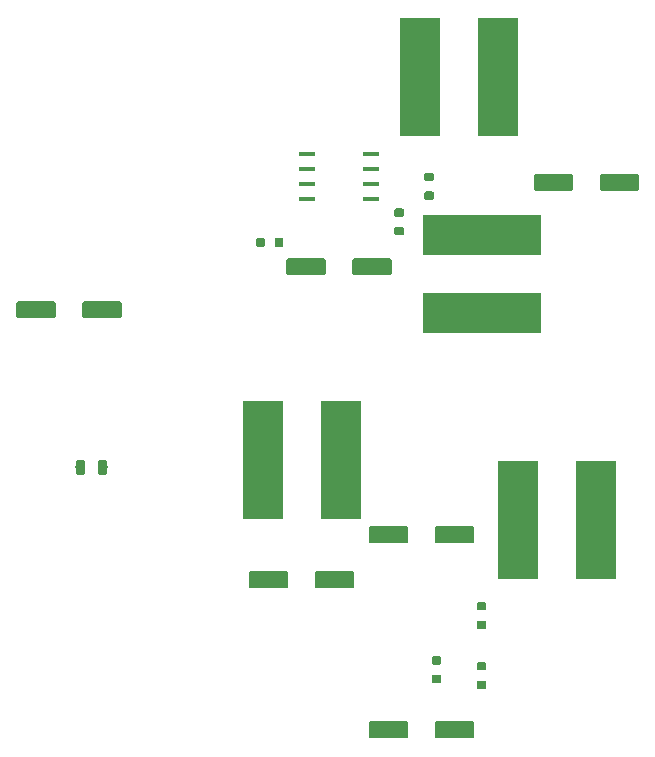
<source format=gtp>
G04 #@! TF.GenerationSoftware,KiCad,Pcbnew,5.0.2+dfsg1-1~bpo9+1*
G04 #@! TF.CreationDate,2019-12-06T02:16:18-05:00*
G04 #@! TF.ProjectId,uno,756e6f2e-6b69-4636-9164-5f7063625858,v1.0*
G04 #@! TF.SameCoordinates,Original*
G04 #@! TF.FileFunction,Paste,Top*
G04 #@! TF.FilePolarity,Positive*
%FSLAX46Y46*%
G04 Gerber Fmt 4.6, Leading zero omitted, Abs format (unit mm)*
G04 Created by KiCad (PCBNEW 5.0.2+dfsg1-1~bpo9+1) date Fri 06 Dec 2019 02:16:18 AM EST*
%MOMM*%
%LPD*%
G01*
G04 APERTURE LIST*
%ADD10C,0.100000*%
%ADD11C,0.822600*%
%ADD12C,1.447600*%
%ADD13R,10.047600X3.347600*%
%ADD14R,3.347600X10.047600*%
%ADD15C,0.722600*%
%ADD16R,1.397600X0.447600*%
G04 APERTURE END LIST*
D10*
G04 #@! TO.C,F1*
G36*
X57073307Y-86372190D02*
X57093270Y-86375152D01*
X57112847Y-86380055D01*
X57131849Y-86386854D01*
X57150093Y-86395483D01*
X57167403Y-86405858D01*
X57183613Y-86417880D01*
X57198567Y-86431433D01*
X57212120Y-86446387D01*
X57224142Y-86462597D01*
X57234517Y-86479907D01*
X57243146Y-86498151D01*
X57249945Y-86517153D01*
X57254848Y-86536730D01*
X57257810Y-86556693D01*
X57258800Y-86576850D01*
X57258800Y-87413150D01*
X57257810Y-87433307D01*
X57254848Y-87453270D01*
X57249945Y-87472847D01*
X57243146Y-87491849D01*
X57234517Y-87510093D01*
X57224142Y-87527403D01*
X57212120Y-87543613D01*
X57198567Y-87558567D01*
X57183613Y-87572120D01*
X57167403Y-87584142D01*
X57150093Y-87594517D01*
X57131849Y-87603146D01*
X57112847Y-87609945D01*
X57093270Y-87614848D01*
X57073307Y-87617810D01*
X57053150Y-87618800D01*
X56641850Y-87618800D01*
X56621693Y-87617810D01*
X56601730Y-87614848D01*
X56582153Y-87609945D01*
X56563151Y-87603146D01*
X56544907Y-87594517D01*
X56527597Y-87584142D01*
X56511387Y-87572120D01*
X56496433Y-87558567D01*
X56482880Y-87543613D01*
X56470858Y-87527403D01*
X56460483Y-87510093D01*
X56451854Y-87491849D01*
X56445055Y-87472847D01*
X56440152Y-87453270D01*
X56437190Y-87433307D01*
X56436200Y-87413150D01*
X56436200Y-86576850D01*
X56437190Y-86556693D01*
X56440152Y-86536730D01*
X56445055Y-86517153D01*
X56451854Y-86498151D01*
X56460483Y-86479907D01*
X56470858Y-86462597D01*
X56482880Y-86446387D01*
X56496433Y-86431433D01*
X56511387Y-86417880D01*
X56527597Y-86405858D01*
X56544907Y-86395483D01*
X56563151Y-86386854D01*
X56582153Y-86380055D01*
X56601730Y-86375152D01*
X56621693Y-86372190D01*
X56641850Y-86371200D01*
X57053150Y-86371200D01*
X57073307Y-86372190D01*
X57073307Y-86372190D01*
G37*
D11*
X56847500Y-86995000D03*
D10*
G36*
X58948307Y-86372190D02*
X58968270Y-86375152D01*
X58987847Y-86380055D01*
X59006849Y-86386854D01*
X59025093Y-86395483D01*
X59042403Y-86405858D01*
X59058613Y-86417880D01*
X59073567Y-86431433D01*
X59087120Y-86446387D01*
X59099142Y-86462597D01*
X59109517Y-86479907D01*
X59118146Y-86498151D01*
X59124945Y-86517153D01*
X59129848Y-86536730D01*
X59132810Y-86556693D01*
X59133800Y-86576850D01*
X59133800Y-87413150D01*
X59132810Y-87433307D01*
X59129848Y-87453270D01*
X59124945Y-87472847D01*
X59118146Y-87491849D01*
X59109517Y-87510093D01*
X59099142Y-87527403D01*
X59087120Y-87543613D01*
X59073567Y-87558567D01*
X59058613Y-87572120D01*
X59042403Y-87584142D01*
X59025093Y-87594517D01*
X59006849Y-87603146D01*
X58987847Y-87609945D01*
X58968270Y-87614848D01*
X58948307Y-87617810D01*
X58928150Y-87618800D01*
X58516850Y-87618800D01*
X58496693Y-87617810D01*
X58476730Y-87614848D01*
X58457153Y-87609945D01*
X58438151Y-87603146D01*
X58419907Y-87594517D01*
X58402597Y-87584142D01*
X58386387Y-87572120D01*
X58371433Y-87558567D01*
X58357880Y-87543613D01*
X58345858Y-87527403D01*
X58335483Y-87510093D01*
X58326854Y-87491849D01*
X58320055Y-87472847D01*
X58315152Y-87453270D01*
X58312190Y-87433307D01*
X58311200Y-87413150D01*
X58311200Y-86576850D01*
X58312190Y-86556693D01*
X58315152Y-86536730D01*
X58320055Y-86517153D01*
X58326854Y-86498151D01*
X58335483Y-86479907D01*
X58345858Y-86462597D01*
X58357880Y-86446387D01*
X58371433Y-86431433D01*
X58386387Y-86417880D01*
X58402597Y-86405858D01*
X58419907Y-86395483D01*
X58438151Y-86386854D01*
X58457153Y-86380055D01*
X58476730Y-86375152D01*
X58496693Y-86372190D01*
X58516850Y-86371200D01*
X58928150Y-86371200D01*
X58948307Y-86372190D01*
X58948307Y-86372190D01*
G37*
D11*
X58722500Y-86995000D03*
G04 #@! TD*
D10*
G04 #@! TO.C,C1*
G36*
X83009783Y-69304789D02*
X83031740Y-69308046D01*
X83053272Y-69313440D01*
X83074171Y-69320917D01*
X83094237Y-69330408D01*
X83113276Y-69341819D01*
X83131105Y-69355042D01*
X83147551Y-69369949D01*
X83162458Y-69386395D01*
X83175681Y-69404224D01*
X83187092Y-69423263D01*
X83196583Y-69443329D01*
X83204060Y-69464228D01*
X83209454Y-69485760D01*
X83212711Y-69507717D01*
X83213800Y-69529887D01*
X83213800Y-70525113D01*
X83212711Y-70547283D01*
X83209454Y-70569240D01*
X83204060Y-70590772D01*
X83196583Y-70611671D01*
X83187092Y-70631737D01*
X83175681Y-70650776D01*
X83162458Y-70668605D01*
X83147551Y-70685051D01*
X83131105Y-70699958D01*
X83113276Y-70713181D01*
X83094237Y-70724592D01*
X83074171Y-70734083D01*
X83053272Y-70741560D01*
X83031740Y-70746954D01*
X83009783Y-70750211D01*
X82987613Y-70751300D01*
X80092387Y-70751300D01*
X80070217Y-70750211D01*
X80048260Y-70746954D01*
X80026728Y-70741560D01*
X80005829Y-70734083D01*
X79985763Y-70724592D01*
X79966724Y-70713181D01*
X79948895Y-70699958D01*
X79932449Y-70685051D01*
X79917542Y-70668605D01*
X79904319Y-70650776D01*
X79892908Y-70631737D01*
X79883417Y-70611671D01*
X79875940Y-70590772D01*
X79870546Y-70569240D01*
X79867289Y-70547283D01*
X79866200Y-70525113D01*
X79866200Y-69529887D01*
X79867289Y-69507717D01*
X79870546Y-69485760D01*
X79875940Y-69464228D01*
X79883417Y-69443329D01*
X79892908Y-69423263D01*
X79904319Y-69404224D01*
X79917542Y-69386395D01*
X79932449Y-69369949D01*
X79948895Y-69355042D01*
X79966724Y-69341819D01*
X79985763Y-69330408D01*
X80005829Y-69320917D01*
X80026728Y-69313440D01*
X80048260Y-69308046D01*
X80070217Y-69304789D01*
X80092387Y-69303700D01*
X82987613Y-69303700D01*
X83009783Y-69304789D01*
X83009783Y-69304789D01*
G37*
D12*
X81540000Y-70027500D03*
D10*
G36*
X77409783Y-69304789D02*
X77431740Y-69308046D01*
X77453272Y-69313440D01*
X77474171Y-69320917D01*
X77494237Y-69330408D01*
X77513276Y-69341819D01*
X77531105Y-69355042D01*
X77547551Y-69369949D01*
X77562458Y-69386395D01*
X77575681Y-69404224D01*
X77587092Y-69423263D01*
X77596583Y-69443329D01*
X77604060Y-69464228D01*
X77609454Y-69485760D01*
X77612711Y-69507717D01*
X77613800Y-69529887D01*
X77613800Y-70525113D01*
X77612711Y-70547283D01*
X77609454Y-70569240D01*
X77604060Y-70590772D01*
X77596583Y-70611671D01*
X77587092Y-70631737D01*
X77575681Y-70650776D01*
X77562458Y-70668605D01*
X77547551Y-70685051D01*
X77531105Y-70699958D01*
X77513276Y-70713181D01*
X77494237Y-70724592D01*
X77474171Y-70734083D01*
X77453272Y-70741560D01*
X77431740Y-70746954D01*
X77409783Y-70750211D01*
X77387613Y-70751300D01*
X74492387Y-70751300D01*
X74470217Y-70750211D01*
X74448260Y-70746954D01*
X74426728Y-70741560D01*
X74405829Y-70734083D01*
X74385763Y-70724592D01*
X74366724Y-70713181D01*
X74348895Y-70699958D01*
X74332449Y-70685051D01*
X74317542Y-70668605D01*
X74304319Y-70650776D01*
X74292908Y-70631737D01*
X74283417Y-70611671D01*
X74275940Y-70590772D01*
X74270546Y-70569240D01*
X74267289Y-70547283D01*
X74266200Y-70525113D01*
X74266200Y-69529887D01*
X74267289Y-69507717D01*
X74270546Y-69485760D01*
X74275940Y-69464228D01*
X74283417Y-69443329D01*
X74292908Y-69423263D01*
X74304319Y-69404224D01*
X74317542Y-69386395D01*
X74332449Y-69369949D01*
X74348895Y-69355042D01*
X74366724Y-69341819D01*
X74385763Y-69330408D01*
X74405829Y-69320917D01*
X74426728Y-69313440D01*
X74448260Y-69308046D01*
X74470217Y-69304789D01*
X74492387Y-69303700D01*
X77387613Y-69303700D01*
X77409783Y-69304789D01*
X77409783Y-69304789D01*
G37*
D12*
X75940000Y-70027500D03*
G04 #@! TD*
D10*
G04 #@! TO.C,C3*
G36*
X54549783Y-72937289D02*
X54571740Y-72940546D01*
X54593272Y-72945940D01*
X54614171Y-72953417D01*
X54634237Y-72962908D01*
X54653276Y-72974319D01*
X54671105Y-72987542D01*
X54687551Y-73002449D01*
X54702458Y-73018895D01*
X54715681Y-73036724D01*
X54727092Y-73055763D01*
X54736583Y-73075829D01*
X54744060Y-73096728D01*
X54749454Y-73118260D01*
X54752711Y-73140217D01*
X54753800Y-73162387D01*
X54753800Y-74157613D01*
X54752711Y-74179783D01*
X54749454Y-74201740D01*
X54744060Y-74223272D01*
X54736583Y-74244171D01*
X54727092Y-74264237D01*
X54715681Y-74283276D01*
X54702458Y-74301105D01*
X54687551Y-74317551D01*
X54671105Y-74332458D01*
X54653276Y-74345681D01*
X54634237Y-74357092D01*
X54614171Y-74366583D01*
X54593272Y-74374060D01*
X54571740Y-74379454D01*
X54549783Y-74382711D01*
X54527613Y-74383800D01*
X51632387Y-74383800D01*
X51610217Y-74382711D01*
X51588260Y-74379454D01*
X51566728Y-74374060D01*
X51545829Y-74366583D01*
X51525763Y-74357092D01*
X51506724Y-74345681D01*
X51488895Y-74332458D01*
X51472449Y-74317551D01*
X51457542Y-74301105D01*
X51444319Y-74283276D01*
X51432908Y-74264237D01*
X51423417Y-74244171D01*
X51415940Y-74223272D01*
X51410546Y-74201740D01*
X51407289Y-74179783D01*
X51406200Y-74157613D01*
X51406200Y-73162387D01*
X51407289Y-73140217D01*
X51410546Y-73118260D01*
X51415940Y-73096728D01*
X51423417Y-73075829D01*
X51432908Y-73055763D01*
X51444319Y-73036724D01*
X51457542Y-73018895D01*
X51472449Y-73002449D01*
X51488895Y-72987542D01*
X51506724Y-72974319D01*
X51525763Y-72962908D01*
X51545829Y-72953417D01*
X51566728Y-72945940D01*
X51588260Y-72940546D01*
X51610217Y-72937289D01*
X51632387Y-72936200D01*
X54527613Y-72936200D01*
X54549783Y-72937289D01*
X54549783Y-72937289D01*
G37*
D12*
X53080000Y-73660000D03*
D10*
G36*
X60149783Y-72937289D02*
X60171740Y-72940546D01*
X60193272Y-72945940D01*
X60214171Y-72953417D01*
X60234237Y-72962908D01*
X60253276Y-72974319D01*
X60271105Y-72987542D01*
X60287551Y-73002449D01*
X60302458Y-73018895D01*
X60315681Y-73036724D01*
X60327092Y-73055763D01*
X60336583Y-73075829D01*
X60344060Y-73096728D01*
X60349454Y-73118260D01*
X60352711Y-73140217D01*
X60353800Y-73162387D01*
X60353800Y-74157613D01*
X60352711Y-74179783D01*
X60349454Y-74201740D01*
X60344060Y-74223272D01*
X60336583Y-74244171D01*
X60327092Y-74264237D01*
X60315681Y-74283276D01*
X60302458Y-74301105D01*
X60287551Y-74317551D01*
X60271105Y-74332458D01*
X60253276Y-74345681D01*
X60234237Y-74357092D01*
X60214171Y-74366583D01*
X60193272Y-74374060D01*
X60171740Y-74379454D01*
X60149783Y-74382711D01*
X60127613Y-74383800D01*
X57232387Y-74383800D01*
X57210217Y-74382711D01*
X57188260Y-74379454D01*
X57166728Y-74374060D01*
X57145829Y-74366583D01*
X57125763Y-74357092D01*
X57106724Y-74345681D01*
X57088895Y-74332458D01*
X57072449Y-74317551D01*
X57057542Y-74301105D01*
X57044319Y-74283276D01*
X57032908Y-74264237D01*
X57023417Y-74244171D01*
X57015940Y-74223272D01*
X57010546Y-74201740D01*
X57007289Y-74179783D01*
X57006200Y-74157613D01*
X57006200Y-73162387D01*
X57007289Y-73140217D01*
X57010546Y-73118260D01*
X57015940Y-73096728D01*
X57023417Y-73075829D01*
X57032908Y-73055763D01*
X57044319Y-73036724D01*
X57057542Y-73018895D01*
X57072449Y-73002449D01*
X57088895Y-72987542D01*
X57106724Y-72974319D01*
X57125763Y-72962908D01*
X57145829Y-72953417D01*
X57166728Y-72945940D01*
X57188260Y-72940546D01*
X57210217Y-72937289D01*
X57232387Y-72936200D01*
X60127613Y-72936200D01*
X60149783Y-72937289D01*
X60149783Y-72937289D01*
G37*
D12*
X58680000Y-73660000D03*
G04 #@! TD*
D10*
G04 #@! TO.C,C4*
G36*
X98364783Y-62142289D02*
X98386740Y-62145546D01*
X98408272Y-62150940D01*
X98429171Y-62158417D01*
X98449237Y-62167908D01*
X98468276Y-62179319D01*
X98486105Y-62192542D01*
X98502551Y-62207449D01*
X98517458Y-62223895D01*
X98530681Y-62241724D01*
X98542092Y-62260763D01*
X98551583Y-62280829D01*
X98559060Y-62301728D01*
X98564454Y-62323260D01*
X98567711Y-62345217D01*
X98568800Y-62367387D01*
X98568800Y-63362613D01*
X98567711Y-63384783D01*
X98564454Y-63406740D01*
X98559060Y-63428272D01*
X98551583Y-63449171D01*
X98542092Y-63469237D01*
X98530681Y-63488276D01*
X98517458Y-63506105D01*
X98502551Y-63522551D01*
X98486105Y-63537458D01*
X98468276Y-63550681D01*
X98449237Y-63562092D01*
X98429171Y-63571583D01*
X98408272Y-63579060D01*
X98386740Y-63584454D01*
X98364783Y-63587711D01*
X98342613Y-63588800D01*
X95447387Y-63588800D01*
X95425217Y-63587711D01*
X95403260Y-63584454D01*
X95381728Y-63579060D01*
X95360829Y-63571583D01*
X95340763Y-63562092D01*
X95321724Y-63550681D01*
X95303895Y-63537458D01*
X95287449Y-63522551D01*
X95272542Y-63506105D01*
X95259319Y-63488276D01*
X95247908Y-63469237D01*
X95238417Y-63449171D01*
X95230940Y-63428272D01*
X95225546Y-63406740D01*
X95222289Y-63384783D01*
X95221200Y-63362613D01*
X95221200Y-62367387D01*
X95222289Y-62345217D01*
X95225546Y-62323260D01*
X95230940Y-62301728D01*
X95238417Y-62280829D01*
X95247908Y-62260763D01*
X95259319Y-62241724D01*
X95272542Y-62223895D01*
X95287449Y-62207449D01*
X95303895Y-62192542D01*
X95321724Y-62179319D01*
X95340763Y-62167908D01*
X95360829Y-62158417D01*
X95381728Y-62150940D01*
X95403260Y-62145546D01*
X95425217Y-62142289D01*
X95447387Y-62141200D01*
X98342613Y-62141200D01*
X98364783Y-62142289D01*
X98364783Y-62142289D01*
G37*
D12*
X96895000Y-62865000D03*
D10*
G36*
X103964783Y-62142289D02*
X103986740Y-62145546D01*
X104008272Y-62150940D01*
X104029171Y-62158417D01*
X104049237Y-62167908D01*
X104068276Y-62179319D01*
X104086105Y-62192542D01*
X104102551Y-62207449D01*
X104117458Y-62223895D01*
X104130681Y-62241724D01*
X104142092Y-62260763D01*
X104151583Y-62280829D01*
X104159060Y-62301728D01*
X104164454Y-62323260D01*
X104167711Y-62345217D01*
X104168800Y-62367387D01*
X104168800Y-63362613D01*
X104167711Y-63384783D01*
X104164454Y-63406740D01*
X104159060Y-63428272D01*
X104151583Y-63449171D01*
X104142092Y-63469237D01*
X104130681Y-63488276D01*
X104117458Y-63506105D01*
X104102551Y-63522551D01*
X104086105Y-63537458D01*
X104068276Y-63550681D01*
X104049237Y-63562092D01*
X104029171Y-63571583D01*
X104008272Y-63579060D01*
X103986740Y-63584454D01*
X103964783Y-63587711D01*
X103942613Y-63588800D01*
X101047387Y-63588800D01*
X101025217Y-63587711D01*
X101003260Y-63584454D01*
X100981728Y-63579060D01*
X100960829Y-63571583D01*
X100940763Y-63562092D01*
X100921724Y-63550681D01*
X100903895Y-63537458D01*
X100887449Y-63522551D01*
X100872542Y-63506105D01*
X100859319Y-63488276D01*
X100847908Y-63469237D01*
X100838417Y-63449171D01*
X100830940Y-63428272D01*
X100825546Y-63406740D01*
X100822289Y-63384783D01*
X100821200Y-63362613D01*
X100821200Y-62367387D01*
X100822289Y-62345217D01*
X100825546Y-62323260D01*
X100830940Y-62301728D01*
X100838417Y-62280829D01*
X100847908Y-62260763D01*
X100859319Y-62241724D01*
X100872542Y-62223895D01*
X100887449Y-62207449D01*
X100903895Y-62192542D01*
X100921724Y-62179319D01*
X100940763Y-62167908D01*
X100960829Y-62158417D01*
X100981728Y-62150940D01*
X101003260Y-62145546D01*
X101025217Y-62142289D01*
X101047387Y-62141200D01*
X103942613Y-62141200D01*
X103964783Y-62142289D01*
X103964783Y-62142289D01*
G37*
D12*
X102495000Y-62865000D03*
G04 #@! TD*
D10*
G04 #@! TO.C,C5*
G36*
X84394783Y-108497289D02*
X84416740Y-108500546D01*
X84438272Y-108505940D01*
X84459171Y-108513417D01*
X84479237Y-108522908D01*
X84498276Y-108534319D01*
X84516105Y-108547542D01*
X84532551Y-108562449D01*
X84547458Y-108578895D01*
X84560681Y-108596724D01*
X84572092Y-108615763D01*
X84581583Y-108635829D01*
X84589060Y-108656728D01*
X84594454Y-108678260D01*
X84597711Y-108700217D01*
X84598800Y-108722387D01*
X84598800Y-109717613D01*
X84597711Y-109739783D01*
X84594454Y-109761740D01*
X84589060Y-109783272D01*
X84581583Y-109804171D01*
X84572092Y-109824237D01*
X84560681Y-109843276D01*
X84547458Y-109861105D01*
X84532551Y-109877551D01*
X84516105Y-109892458D01*
X84498276Y-109905681D01*
X84479237Y-109917092D01*
X84459171Y-109926583D01*
X84438272Y-109934060D01*
X84416740Y-109939454D01*
X84394783Y-109942711D01*
X84372613Y-109943800D01*
X81477387Y-109943800D01*
X81455217Y-109942711D01*
X81433260Y-109939454D01*
X81411728Y-109934060D01*
X81390829Y-109926583D01*
X81370763Y-109917092D01*
X81351724Y-109905681D01*
X81333895Y-109892458D01*
X81317449Y-109877551D01*
X81302542Y-109861105D01*
X81289319Y-109843276D01*
X81277908Y-109824237D01*
X81268417Y-109804171D01*
X81260940Y-109783272D01*
X81255546Y-109761740D01*
X81252289Y-109739783D01*
X81251200Y-109717613D01*
X81251200Y-108722387D01*
X81252289Y-108700217D01*
X81255546Y-108678260D01*
X81260940Y-108656728D01*
X81268417Y-108635829D01*
X81277908Y-108615763D01*
X81289319Y-108596724D01*
X81302542Y-108578895D01*
X81317449Y-108562449D01*
X81333895Y-108547542D01*
X81351724Y-108534319D01*
X81370763Y-108522908D01*
X81390829Y-108513417D01*
X81411728Y-108505940D01*
X81433260Y-108500546D01*
X81455217Y-108497289D01*
X81477387Y-108496200D01*
X84372613Y-108496200D01*
X84394783Y-108497289D01*
X84394783Y-108497289D01*
G37*
D12*
X82925000Y-109220000D03*
D10*
G36*
X89994783Y-108497289D02*
X90016740Y-108500546D01*
X90038272Y-108505940D01*
X90059171Y-108513417D01*
X90079237Y-108522908D01*
X90098276Y-108534319D01*
X90116105Y-108547542D01*
X90132551Y-108562449D01*
X90147458Y-108578895D01*
X90160681Y-108596724D01*
X90172092Y-108615763D01*
X90181583Y-108635829D01*
X90189060Y-108656728D01*
X90194454Y-108678260D01*
X90197711Y-108700217D01*
X90198800Y-108722387D01*
X90198800Y-109717613D01*
X90197711Y-109739783D01*
X90194454Y-109761740D01*
X90189060Y-109783272D01*
X90181583Y-109804171D01*
X90172092Y-109824237D01*
X90160681Y-109843276D01*
X90147458Y-109861105D01*
X90132551Y-109877551D01*
X90116105Y-109892458D01*
X90098276Y-109905681D01*
X90079237Y-109917092D01*
X90059171Y-109926583D01*
X90038272Y-109934060D01*
X90016740Y-109939454D01*
X89994783Y-109942711D01*
X89972613Y-109943800D01*
X87077387Y-109943800D01*
X87055217Y-109942711D01*
X87033260Y-109939454D01*
X87011728Y-109934060D01*
X86990829Y-109926583D01*
X86970763Y-109917092D01*
X86951724Y-109905681D01*
X86933895Y-109892458D01*
X86917449Y-109877551D01*
X86902542Y-109861105D01*
X86889319Y-109843276D01*
X86877908Y-109824237D01*
X86868417Y-109804171D01*
X86860940Y-109783272D01*
X86855546Y-109761740D01*
X86852289Y-109739783D01*
X86851200Y-109717613D01*
X86851200Y-108722387D01*
X86852289Y-108700217D01*
X86855546Y-108678260D01*
X86860940Y-108656728D01*
X86868417Y-108635829D01*
X86877908Y-108615763D01*
X86889319Y-108596724D01*
X86902542Y-108578895D01*
X86917449Y-108562449D01*
X86933895Y-108547542D01*
X86951724Y-108534319D01*
X86970763Y-108522908D01*
X86990829Y-108513417D01*
X87011728Y-108505940D01*
X87033260Y-108500546D01*
X87055217Y-108497289D01*
X87077387Y-108496200D01*
X89972613Y-108496200D01*
X89994783Y-108497289D01*
X89994783Y-108497289D01*
G37*
D12*
X88525000Y-109220000D03*
G04 #@! TD*
D10*
G04 #@! TO.C,C6*
G36*
X74234783Y-95797289D02*
X74256740Y-95800546D01*
X74278272Y-95805940D01*
X74299171Y-95813417D01*
X74319237Y-95822908D01*
X74338276Y-95834319D01*
X74356105Y-95847542D01*
X74372551Y-95862449D01*
X74387458Y-95878895D01*
X74400681Y-95896724D01*
X74412092Y-95915763D01*
X74421583Y-95935829D01*
X74429060Y-95956728D01*
X74434454Y-95978260D01*
X74437711Y-96000217D01*
X74438800Y-96022387D01*
X74438800Y-97017613D01*
X74437711Y-97039783D01*
X74434454Y-97061740D01*
X74429060Y-97083272D01*
X74421583Y-97104171D01*
X74412092Y-97124237D01*
X74400681Y-97143276D01*
X74387458Y-97161105D01*
X74372551Y-97177551D01*
X74356105Y-97192458D01*
X74338276Y-97205681D01*
X74319237Y-97217092D01*
X74299171Y-97226583D01*
X74278272Y-97234060D01*
X74256740Y-97239454D01*
X74234783Y-97242711D01*
X74212613Y-97243800D01*
X71317387Y-97243800D01*
X71295217Y-97242711D01*
X71273260Y-97239454D01*
X71251728Y-97234060D01*
X71230829Y-97226583D01*
X71210763Y-97217092D01*
X71191724Y-97205681D01*
X71173895Y-97192458D01*
X71157449Y-97177551D01*
X71142542Y-97161105D01*
X71129319Y-97143276D01*
X71117908Y-97124237D01*
X71108417Y-97104171D01*
X71100940Y-97083272D01*
X71095546Y-97061740D01*
X71092289Y-97039783D01*
X71091200Y-97017613D01*
X71091200Y-96022387D01*
X71092289Y-96000217D01*
X71095546Y-95978260D01*
X71100940Y-95956728D01*
X71108417Y-95935829D01*
X71117908Y-95915763D01*
X71129319Y-95896724D01*
X71142542Y-95878895D01*
X71157449Y-95862449D01*
X71173895Y-95847542D01*
X71191724Y-95834319D01*
X71210763Y-95822908D01*
X71230829Y-95813417D01*
X71251728Y-95805940D01*
X71273260Y-95800546D01*
X71295217Y-95797289D01*
X71317387Y-95796200D01*
X74212613Y-95796200D01*
X74234783Y-95797289D01*
X74234783Y-95797289D01*
G37*
D12*
X72765000Y-96520000D03*
D10*
G36*
X79834783Y-95797289D02*
X79856740Y-95800546D01*
X79878272Y-95805940D01*
X79899171Y-95813417D01*
X79919237Y-95822908D01*
X79938276Y-95834319D01*
X79956105Y-95847542D01*
X79972551Y-95862449D01*
X79987458Y-95878895D01*
X80000681Y-95896724D01*
X80012092Y-95915763D01*
X80021583Y-95935829D01*
X80029060Y-95956728D01*
X80034454Y-95978260D01*
X80037711Y-96000217D01*
X80038800Y-96022387D01*
X80038800Y-97017613D01*
X80037711Y-97039783D01*
X80034454Y-97061740D01*
X80029060Y-97083272D01*
X80021583Y-97104171D01*
X80012092Y-97124237D01*
X80000681Y-97143276D01*
X79987458Y-97161105D01*
X79972551Y-97177551D01*
X79956105Y-97192458D01*
X79938276Y-97205681D01*
X79919237Y-97217092D01*
X79899171Y-97226583D01*
X79878272Y-97234060D01*
X79856740Y-97239454D01*
X79834783Y-97242711D01*
X79812613Y-97243800D01*
X76917387Y-97243800D01*
X76895217Y-97242711D01*
X76873260Y-97239454D01*
X76851728Y-97234060D01*
X76830829Y-97226583D01*
X76810763Y-97217092D01*
X76791724Y-97205681D01*
X76773895Y-97192458D01*
X76757449Y-97177551D01*
X76742542Y-97161105D01*
X76729319Y-97143276D01*
X76717908Y-97124237D01*
X76708417Y-97104171D01*
X76700940Y-97083272D01*
X76695546Y-97061740D01*
X76692289Y-97039783D01*
X76691200Y-97017613D01*
X76691200Y-96022387D01*
X76692289Y-96000217D01*
X76695546Y-95978260D01*
X76700940Y-95956728D01*
X76708417Y-95935829D01*
X76717908Y-95915763D01*
X76729319Y-95896724D01*
X76742542Y-95878895D01*
X76757449Y-95862449D01*
X76773895Y-95847542D01*
X76791724Y-95834319D01*
X76810763Y-95822908D01*
X76830829Y-95813417D01*
X76851728Y-95805940D01*
X76873260Y-95800546D01*
X76895217Y-95797289D01*
X76917387Y-95796200D01*
X79812613Y-95796200D01*
X79834783Y-95797289D01*
X79834783Y-95797289D01*
G37*
D12*
X78365000Y-96520000D03*
G04 #@! TD*
D10*
G04 #@! TO.C,C7*
G36*
X84394783Y-91987289D02*
X84416740Y-91990546D01*
X84438272Y-91995940D01*
X84459171Y-92003417D01*
X84479237Y-92012908D01*
X84498276Y-92024319D01*
X84516105Y-92037542D01*
X84532551Y-92052449D01*
X84547458Y-92068895D01*
X84560681Y-92086724D01*
X84572092Y-92105763D01*
X84581583Y-92125829D01*
X84589060Y-92146728D01*
X84594454Y-92168260D01*
X84597711Y-92190217D01*
X84598800Y-92212387D01*
X84598800Y-93207613D01*
X84597711Y-93229783D01*
X84594454Y-93251740D01*
X84589060Y-93273272D01*
X84581583Y-93294171D01*
X84572092Y-93314237D01*
X84560681Y-93333276D01*
X84547458Y-93351105D01*
X84532551Y-93367551D01*
X84516105Y-93382458D01*
X84498276Y-93395681D01*
X84479237Y-93407092D01*
X84459171Y-93416583D01*
X84438272Y-93424060D01*
X84416740Y-93429454D01*
X84394783Y-93432711D01*
X84372613Y-93433800D01*
X81477387Y-93433800D01*
X81455217Y-93432711D01*
X81433260Y-93429454D01*
X81411728Y-93424060D01*
X81390829Y-93416583D01*
X81370763Y-93407092D01*
X81351724Y-93395681D01*
X81333895Y-93382458D01*
X81317449Y-93367551D01*
X81302542Y-93351105D01*
X81289319Y-93333276D01*
X81277908Y-93314237D01*
X81268417Y-93294171D01*
X81260940Y-93273272D01*
X81255546Y-93251740D01*
X81252289Y-93229783D01*
X81251200Y-93207613D01*
X81251200Y-92212387D01*
X81252289Y-92190217D01*
X81255546Y-92168260D01*
X81260940Y-92146728D01*
X81268417Y-92125829D01*
X81277908Y-92105763D01*
X81289319Y-92086724D01*
X81302542Y-92068895D01*
X81317449Y-92052449D01*
X81333895Y-92037542D01*
X81351724Y-92024319D01*
X81370763Y-92012908D01*
X81390829Y-92003417D01*
X81411728Y-91995940D01*
X81433260Y-91990546D01*
X81455217Y-91987289D01*
X81477387Y-91986200D01*
X84372613Y-91986200D01*
X84394783Y-91987289D01*
X84394783Y-91987289D01*
G37*
D12*
X82925000Y-92710000D03*
D10*
G36*
X89994783Y-91987289D02*
X90016740Y-91990546D01*
X90038272Y-91995940D01*
X90059171Y-92003417D01*
X90079237Y-92012908D01*
X90098276Y-92024319D01*
X90116105Y-92037542D01*
X90132551Y-92052449D01*
X90147458Y-92068895D01*
X90160681Y-92086724D01*
X90172092Y-92105763D01*
X90181583Y-92125829D01*
X90189060Y-92146728D01*
X90194454Y-92168260D01*
X90197711Y-92190217D01*
X90198800Y-92212387D01*
X90198800Y-93207613D01*
X90197711Y-93229783D01*
X90194454Y-93251740D01*
X90189060Y-93273272D01*
X90181583Y-93294171D01*
X90172092Y-93314237D01*
X90160681Y-93333276D01*
X90147458Y-93351105D01*
X90132551Y-93367551D01*
X90116105Y-93382458D01*
X90098276Y-93395681D01*
X90079237Y-93407092D01*
X90059171Y-93416583D01*
X90038272Y-93424060D01*
X90016740Y-93429454D01*
X89994783Y-93432711D01*
X89972613Y-93433800D01*
X87077387Y-93433800D01*
X87055217Y-93432711D01*
X87033260Y-93429454D01*
X87011728Y-93424060D01*
X86990829Y-93416583D01*
X86970763Y-93407092D01*
X86951724Y-93395681D01*
X86933895Y-93382458D01*
X86917449Y-93367551D01*
X86902542Y-93351105D01*
X86889319Y-93333276D01*
X86877908Y-93314237D01*
X86868417Y-93294171D01*
X86860940Y-93273272D01*
X86855546Y-93251740D01*
X86852289Y-93229783D01*
X86851200Y-93207613D01*
X86851200Y-92212387D01*
X86852289Y-92190217D01*
X86855546Y-92168260D01*
X86860940Y-92146728D01*
X86868417Y-92125829D01*
X86877908Y-92105763D01*
X86889319Y-92086724D01*
X86902542Y-92068895D01*
X86917449Y-92052449D01*
X86933895Y-92037542D01*
X86951724Y-92024319D01*
X86970763Y-92012908D01*
X86990829Y-92003417D01*
X87011728Y-91995940D01*
X87033260Y-91990546D01*
X87055217Y-91987289D01*
X87077387Y-91986200D01*
X89972613Y-91986200D01*
X89994783Y-91987289D01*
X89994783Y-91987289D01*
G37*
D12*
X88525000Y-92710000D03*
G04 #@! TD*
D13*
G04 #@! TO.C,L1*
X90805000Y-73910000D03*
X90805000Y-67310000D03*
G04 #@! TD*
D14*
G04 #@! TO.C,L2*
X85600000Y-53975000D03*
X92200000Y-53975000D03*
G04 #@! TD*
G04 #@! TO.C,L3*
X78865000Y-86360000D03*
X72265000Y-86360000D03*
G04 #@! TD*
G04 #@! TO.C,L4*
X93855000Y-91440000D03*
X100455000Y-91440000D03*
G04 #@! TD*
D10*
G04 #@! TO.C,OPTIONALCAP1*
G36*
X87230857Y-102992070D02*
X87248393Y-102994671D01*
X87265590Y-102998979D01*
X87282282Y-103004951D01*
X87298308Y-103012531D01*
X87313514Y-103021645D01*
X87327753Y-103032206D01*
X87340889Y-103044111D01*
X87352794Y-103057247D01*
X87363355Y-103071486D01*
X87372469Y-103086692D01*
X87380049Y-103102718D01*
X87386021Y-103119410D01*
X87390329Y-103136607D01*
X87392930Y-103154143D01*
X87393800Y-103171850D01*
X87393800Y-103533150D01*
X87392930Y-103550857D01*
X87390329Y-103568393D01*
X87386021Y-103585590D01*
X87380049Y-103602282D01*
X87372469Y-103618308D01*
X87363355Y-103633514D01*
X87352794Y-103647753D01*
X87340889Y-103660889D01*
X87327753Y-103672794D01*
X87313514Y-103683355D01*
X87298308Y-103692469D01*
X87282282Y-103700049D01*
X87265590Y-103706021D01*
X87248393Y-103710329D01*
X87230857Y-103712930D01*
X87213150Y-103713800D01*
X86776850Y-103713800D01*
X86759143Y-103712930D01*
X86741607Y-103710329D01*
X86724410Y-103706021D01*
X86707718Y-103700049D01*
X86691692Y-103692469D01*
X86676486Y-103683355D01*
X86662247Y-103672794D01*
X86649111Y-103660889D01*
X86637206Y-103647753D01*
X86626645Y-103633514D01*
X86617531Y-103618308D01*
X86609951Y-103602282D01*
X86603979Y-103585590D01*
X86599671Y-103568393D01*
X86597070Y-103550857D01*
X86596200Y-103533150D01*
X86596200Y-103171850D01*
X86597070Y-103154143D01*
X86599671Y-103136607D01*
X86603979Y-103119410D01*
X86609951Y-103102718D01*
X86617531Y-103086692D01*
X86626645Y-103071486D01*
X86637206Y-103057247D01*
X86649111Y-103044111D01*
X86662247Y-103032206D01*
X86676486Y-103021645D01*
X86691692Y-103012531D01*
X86707718Y-103004951D01*
X86724410Y-102998979D01*
X86741607Y-102994671D01*
X86759143Y-102992070D01*
X86776850Y-102991200D01*
X87213150Y-102991200D01*
X87230857Y-102992070D01*
X87230857Y-102992070D01*
G37*
D15*
X86995000Y-103352500D03*
D10*
G36*
X87230857Y-104567070D02*
X87248393Y-104569671D01*
X87265590Y-104573979D01*
X87282282Y-104579951D01*
X87298308Y-104587531D01*
X87313514Y-104596645D01*
X87327753Y-104607206D01*
X87340889Y-104619111D01*
X87352794Y-104632247D01*
X87363355Y-104646486D01*
X87372469Y-104661692D01*
X87380049Y-104677718D01*
X87386021Y-104694410D01*
X87390329Y-104711607D01*
X87392930Y-104729143D01*
X87393800Y-104746850D01*
X87393800Y-105108150D01*
X87392930Y-105125857D01*
X87390329Y-105143393D01*
X87386021Y-105160590D01*
X87380049Y-105177282D01*
X87372469Y-105193308D01*
X87363355Y-105208514D01*
X87352794Y-105222753D01*
X87340889Y-105235889D01*
X87327753Y-105247794D01*
X87313514Y-105258355D01*
X87298308Y-105267469D01*
X87282282Y-105275049D01*
X87265590Y-105281021D01*
X87248393Y-105285329D01*
X87230857Y-105287930D01*
X87213150Y-105288800D01*
X86776850Y-105288800D01*
X86759143Y-105287930D01*
X86741607Y-105285329D01*
X86724410Y-105281021D01*
X86707718Y-105275049D01*
X86691692Y-105267469D01*
X86676486Y-105258355D01*
X86662247Y-105247794D01*
X86649111Y-105235889D01*
X86637206Y-105222753D01*
X86626645Y-105208514D01*
X86617531Y-105193308D01*
X86609951Y-105177282D01*
X86603979Y-105160590D01*
X86599671Y-105143393D01*
X86597070Y-105125857D01*
X86596200Y-105108150D01*
X86596200Y-104746850D01*
X86597070Y-104729143D01*
X86599671Y-104711607D01*
X86603979Y-104694410D01*
X86609951Y-104677718D01*
X86617531Y-104661692D01*
X86626645Y-104646486D01*
X86637206Y-104632247D01*
X86649111Y-104619111D01*
X86662247Y-104607206D01*
X86676486Y-104596645D01*
X86691692Y-104587531D01*
X86707718Y-104579951D01*
X86724410Y-104573979D01*
X86741607Y-104569671D01*
X86759143Y-104567070D01*
X86776850Y-104566200D01*
X87213150Y-104566200D01*
X87230857Y-104567070D01*
X87230857Y-104567070D01*
G37*
D15*
X86995000Y-104927500D03*
G04 #@! TD*
D10*
G04 #@! TO.C,R1*
G36*
X73858357Y-67547070D02*
X73875893Y-67549671D01*
X73893090Y-67553979D01*
X73909782Y-67559951D01*
X73925808Y-67567531D01*
X73941014Y-67576645D01*
X73955253Y-67587206D01*
X73968389Y-67599111D01*
X73980294Y-67612247D01*
X73990855Y-67626486D01*
X73999969Y-67641692D01*
X74007549Y-67657718D01*
X74013521Y-67674410D01*
X74017829Y-67691607D01*
X74020430Y-67709143D01*
X74021300Y-67726850D01*
X74021300Y-68163150D01*
X74020430Y-68180857D01*
X74017829Y-68198393D01*
X74013521Y-68215590D01*
X74007549Y-68232282D01*
X73999969Y-68248308D01*
X73990855Y-68263514D01*
X73980294Y-68277753D01*
X73968389Y-68290889D01*
X73955253Y-68302794D01*
X73941014Y-68313355D01*
X73925808Y-68322469D01*
X73909782Y-68330049D01*
X73893090Y-68336021D01*
X73875893Y-68340329D01*
X73858357Y-68342930D01*
X73840650Y-68343800D01*
X73479350Y-68343800D01*
X73461643Y-68342930D01*
X73444107Y-68340329D01*
X73426910Y-68336021D01*
X73410218Y-68330049D01*
X73394192Y-68322469D01*
X73378986Y-68313355D01*
X73364747Y-68302794D01*
X73351611Y-68290889D01*
X73339706Y-68277753D01*
X73329145Y-68263514D01*
X73320031Y-68248308D01*
X73312451Y-68232282D01*
X73306479Y-68215590D01*
X73302171Y-68198393D01*
X73299570Y-68180857D01*
X73298700Y-68163150D01*
X73298700Y-67726850D01*
X73299570Y-67709143D01*
X73302171Y-67691607D01*
X73306479Y-67674410D01*
X73312451Y-67657718D01*
X73320031Y-67641692D01*
X73329145Y-67626486D01*
X73339706Y-67612247D01*
X73351611Y-67599111D01*
X73364747Y-67587206D01*
X73378986Y-67576645D01*
X73394192Y-67567531D01*
X73410218Y-67559951D01*
X73426910Y-67553979D01*
X73444107Y-67549671D01*
X73461643Y-67547070D01*
X73479350Y-67546200D01*
X73840650Y-67546200D01*
X73858357Y-67547070D01*
X73858357Y-67547070D01*
G37*
D15*
X73660000Y-67945000D03*
D10*
G36*
X72283357Y-67547070D02*
X72300893Y-67549671D01*
X72318090Y-67553979D01*
X72334782Y-67559951D01*
X72350808Y-67567531D01*
X72366014Y-67576645D01*
X72380253Y-67587206D01*
X72393389Y-67599111D01*
X72405294Y-67612247D01*
X72415855Y-67626486D01*
X72424969Y-67641692D01*
X72432549Y-67657718D01*
X72438521Y-67674410D01*
X72442829Y-67691607D01*
X72445430Y-67709143D01*
X72446300Y-67726850D01*
X72446300Y-68163150D01*
X72445430Y-68180857D01*
X72442829Y-68198393D01*
X72438521Y-68215590D01*
X72432549Y-68232282D01*
X72424969Y-68248308D01*
X72415855Y-68263514D01*
X72405294Y-68277753D01*
X72393389Y-68290889D01*
X72380253Y-68302794D01*
X72366014Y-68313355D01*
X72350808Y-68322469D01*
X72334782Y-68330049D01*
X72318090Y-68336021D01*
X72300893Y-68340329D01*
X72283357Y-68342930D01*
X72265650Y-68343800D01*
X71904350Y-68343800D01*
X71886643Y-68342930D01*
X71869107Y-68340329D01*
X71851910Y-68336021D01*
X71835218Y-68330049D01*
X71819192Y-68322469D01*
X71803986Y-68313355D01*
X71789747Y-68302794D01*
X71776611Y-68290889D01*
X71764706Y-68277753D01*
X71754145Y-68263514D01*
X71745031Y-68248308D01*
X71737451Y-68232282D01*
X71731479Y-68215590D01*
X71727171Y-68198393D01*
X71724570Y-68180857D01*
X71723700Y-68163150D01*
X71723700Y-67726850D01*
X71724570Y-67709143D01*
X71727171Y-67691607D01*
X71731479Y-67674410D01*
X71737451Y-67657718D01*
X71745031Y-67641692D01*
X71754145Y-67626486D01*
X71764706Y-67612247D01*
X71776611Y-67599111D01*
X71789747Y-67587206D01*
X71803986Y-67576645D01*
X71819192Y-67567531D01*
X71835218Y-67559951D01*
X71851910Y-67553979D01*
X71869107Y-67549671D01*
X71886643Y-67547070D01*
X71904350Y-67546200D01*
X72265650Y-67546200D01*
X72283357Y-67547070D01*
X72283357Y-67547070D01*
G37*
D15*
X72085000Y-67945000D03*
G04 #@! TD*
D10*
G04 #@! TO.C,R2*
G36*
X84055857Y-66644570D02*
X84073393Y-66647171D01*
X84090590Y-66651479D01*
X84107282Y-66657451D01*
X84123308Y-66665031D01*
X84138514Y-66674145D01*
X84152753Y-66684706D01*
X84165889Y-66696611D01*
X84177794Y-66709747D01*
X84188355Y-66723986D01*
X84197469Y-66739192D01*
X84205049Y-66755218D01*
X84211021Y-66771910D01*
X84215329Y-66789107D01*
X84217930Y-66806643D01*
X84218800Y-66824350D01*
X84218800Y-67185650D01*
X84217930Y-67203357D01*
X84215329Y-67220893D01*
X84211021Y-67238090D01*
X84205049Y-67254782D01*
X84197469Y-67270808D01*
X84188355Y-67286014D01*
X84177794Y-67300253D01*
X84165889Y-67313389D01*
X84152753Y-67325294D01*
X84138514Y-67335855D01*
X84123308Y-67344969D01*
X84107282Y-67352549D01*
X84090590Y-67358521D01*
X84073393Y-67362829D01*
X84055857Y-67365430D01*
X84038150Y-67366300D01*
X83601850Y-67366300D01*
X83584143Y-67365430D01*
X83566607Y-67362829D01*
X83549410Y-67358521D01*
X83532718Y-67352549D01*
X83516692Y-67344969D01*
X83501486Y-67335855D01*
X83487247Y-67325294D01*
X83474111Y-67313389D01*
X83462206Y-67300253D01*
X83451645Y-67286014D01*
X83442531Y-67270808D01*
X83434951Y-67254782D01*
X83428979Y-67238090D01*
X83424671Y-67220893D01*
X83422070Y-67203357D01*
X83421200Y-67185650D01*
X83421200Y-66824350D01*
X83422070Y-66806643D01*
X83424671Y-66789107D01*
X83428979Y-66771910D01*
X83434951Y-66755218D01*
X83442531Y-66739192D01*
X83451645Y-66723986D01*
X83462206Y-66709747D01*
X83474111Y-66696611D01*
X83487247Y-66684706D01*
X83501486Y-66674145D01*
X83516692Y-66665031D01*
X83532718Y-66657451D01*
X83549410Y-66651479D01*
X83566607Y-66647171D01*
X83584143Y-66644570D01*
X83601850Y-66643700D01*
X84038150Y-66643700D01*
X84055857Y-66644570D01*
X84055857Y-66644570D01*
G37*
D15*
X83820000Y-67005000D03*
D10*
G36*
X84055857Y-65069570D02*
X84073393Y-65072171D01*
X84090590Y-65076479D01*
X84107282Y-65082451D01*
X84123308Y-65090031D01*
X84138514Y-65099145D01*
X84152753Y-65109706D01*
X84165889Y-65121611D01*
X84177794Y-65134747D01*
X84188355Y-65148986D01*
X84197469Y-65164192D01*
X84205049Y-65180218D01*
X84211021Y-65196910D01*
X84215329Y-65214107D01*
X84217930Y-65231643D01*
X84218800Y-65249350D01*
X84218800Y-65610650D01*
X84217930Y-65628357D01*
X84215329Y-65645893D01*
X84211021Y-65663090D01*
X84205049Y-65679782D01*
X84197469Y-65695808D01*
X84188355Y-65711014D01*
X84177794Y-65725253D01*
X84165889Y-65738389D01*
X84152753Y-65750294D01*
X84138514Y-65760855D01*
X84123308Y-65769969D01*
X84107282Y-65777549D01*
X84090590Y-65783521D01*
X84073393Y-65787829D01*
X84055857Y-65790430D01*
X84038150Y-65791300D01*
X83601850Y-65791300D01*
X83584143Y-65790430D01*
X83566607Y-65787829D01*
X83549410Y-65783521D01*
X83532718Y-65777549D01*
X83516692Y-65769969D01*
X83501486Y-65760855D01*
X83487247Y-65750294D01*
X83474111Y-65738389D01*
X83462206Y-65725253D01*
X83451645Y-65711014D01*
X83442531Y-65695808D01*
X83434951Y-65679782D01*
X83428979Y-65663090D01*
X83424671Y-65645893D01*
X83422070Y-65628357D01*
X83421200Y-65610650D01*
X83421200Y-65249350D01*
X83422070Y-65231643D01*
X83424671Y-65214107D01*
X83428979Y-65196910D01*
X83434951Y-65180218D01*
X83442531Y-65164192D01*
X83451645Y-65148986D01*
X83462206Y-65134747D01*
X83474111Y-65121611D01*
X83487247Y-65109706D01*
X83501486Y-65099145D01*
X83516692Y-65090031D01*
X83532718Y-65082451D01*
X83549410Y-65076479D01*
X83566607Y-65072171D01*
X83584143Y-65069570D01*
X83601850Y-65068700D01*
X84038150Y-65068700D01*
X84055857Y-65069570D01*
X84055857Y-65069570D01*
G37*
D15*
X83820000Y-65430000D03*
G04 #@! TD*
D10*
G04 #@! TO.C,R3*
G36*
X86595857Y-63622070D02*
X86613393Y-63624671D01*
X86630590Y-63628979D01*
X86647282Y-63634951D01*
X86663308Y-63642531D01*
X86678514Y-63651645D01*
X86692753Y-63662206D01*
X86705889Y-63674111D01*
X86717794Y-63687247D01*
X86728355Y-63701486D01*
X86737469Y-63716692D01*
X86745049Y-63732718D01*
X86751021Y-63749410D01*
X86755329Y-63766607D01*
X86757930Y-63784143D01*
X86758800Y-63801850D01*
X86758800Y-64163150D01*
X86757930Y-64180857D01*
X86755329Y-64198393D01*
X86751021Y-64215590D01*
X86745049Y-64232282D01*
X86737469Y-64248308D01*
X86728355Y-64263514D01*
X86717794Y-64277753D01*
X86705889Y-64290889D01*
X86692753Y-64302794D01*
X86678514Y-64313355D01*
X86663308Y-64322469D01*
X86647282Y-64330049D01*
X86630590Y-64336021D01*
X86613393Y-64340329D01*
X86595857Y-64342930D01*
X86578150Y-64343800D01*
X86141850Y-64343800D01*
X86124143Y-64342930D01*
X86106607Y-64340329D01*
X86089410Y-64336021D01*
X86072718Y-64330049D01*
X86056692Y-64322469D01*
X86041486Y-64313355D01*
X86027247Y-64302794D01*
X86014111Y-64290889D01*
X86002206Y-64277753D01*
X85991645Y-64263514D01*
X85982531Y-64248308D01*
X85974951Y-64232282D01*
X85968979Y-64215590D01*
X85964671Y-64198393D01*
X85962070Y-64180857D01*
X85961200Y-64163150D01*
X85961200Y-63801850D01*
X85962070Y-63784143D01*
X85964671Y-63766607D01*
X85968979Y-63749410D01*
X85974951Y-63732718D01*
X85982531Y-63716692D01*
X85991645Y-63701486D01*
X86002206Y-63687247D01*
X86014111Y-63674111D01*
X86027247Y-63662206D01*
X86041486Y-63651645D01*
X86056692Y-63642531D01*
X86072718Y-63634951D01*
X86089410Y-63628979D01*
X86106607Y-63624671D01*
X86124143Y-63622070D01*
X86141850Y-63621200D01*
X86578150Y-63621200D01*
X86595857Y-63622070D01*
X86595857Y-63622070D01*
G37*
D15*
X86360000Y-63982500D03*
D10*
G36*
X86595857Y-62047070D02*
X86613393Y-62049671D01*
X86630590Y-62053979D01*
X86647282Y-62059951D01*
X86663308Y-62067531D01*
X86678514Y-62076645D01*
X86692753Y-62087206D01*
X86705889Y-62099111D01*
X86717794Y-62112247D01*
X86728355Y-62126486D01*
X86737469Y-62141692D01*
X86745049Y-62157718D01*
X86751021Y-62174410D01*
X86755329Y-62191607D01*
X86757930Y-62209143D01*
X86758800Y-62226850D01*
X86758800Y-62588150D01*
X86757930Y-62605857D01*
X86755329Y-62623393D01*
X86751021Y-62640590D01*
X86745049Y-62657282D01*
X86737469Y-62673308D01*
X86728355Y-62688514D01*
X86717794Y-62702753D01*
X86705889Y-62715889D01*
X86692753Y-62727794D01*
X86678514Y-62738355D01*
X86663308Y-62747469D01*
X86647282Y-62755049D01*
X86630590Y-62761021D01*
X86613393Y-62765329D01*
X86595857Y-62767930D01*
X86578150Y-62768800D01*
X86141850Y-62768800D01*
X86124143Y-62767930D01*
X86106607Y-62765329D01*
X86089410Y-62761021D01*
X86072718Y-62755049D01*
X86056692Y-62747469D01*
X86041486Y-62738355D01*
X86027247Y-62727794D01*
X86014111Y-62715889D01*
X86002206Y-62702753D01*
X85991645Y-62688514D01*
X85982531Y-62673308D01*
X85974951Y-62657282D01*
X85968979Y-62640590D01*
X85964671Y-62623393D01*
X85962070Y-62605857D01*
X85961200Y-62588150D01*
X85961200Y-62226850D01*
X85962070Y-62209143D01*
X85964671Y-62191607D01*
X85968979Y-62174410D01*
X85974951Y-62157718D01*
X85982531Y-62141692D01*
X85991645Y-62126486D01*
X86002206Y-62112247D01*
X86014111Y-62099111D01*
X86027247Y-62087206D01*
X86041486Y-62076645D01*
X86056692Y-62067531D01*
X86072718Y-62059951D01*
X86089410Y-62053979D01*
X86106607Y-62049671D01*
X86124143Y-62047070D01*
X86141850Y-62046200D01*
X86578150Y-62046200D01*
X86595857Y-62047070D01*
X86595857Y-62047070D01*
G37*
D15*
X86360000Y-62407500D03*
G04 #@! TD*
D10*
G04 #@! TO.C,R4*
G36*
X91040857Y-99969570D02*
X91058393Y-99972171D01*
X91075590Y-99976479D01*
X91092282Y-99982451D01*
X91108308Y-99990031D01*
X91123514Y-99999145D01*
X91137753Y-100009706D01*
X91150889Y-100021611D01*
X91162794Y-100034747D01*
X91173355Y-100048986D01*
X91182469Y-100064192D01*
X91190049Y-100080218D01*
X91196021Y-100096910D01*
X91200329Y-100114107D01*
X91202930Y-100131643D01*
X91203800Y-100149350D01*
X91203800Y-100510650D01*
X91202930Y-100528357D01*
X91200329Y-100545893D01*
X91196021Y-100563090D01*
X91190049Y-100579782D01*
X91182469Y-100595808D01*
X91173355Y-100611014D01*
X91162794Y-100625253D01*
X91150889Y-100638389D01*
X91137753Y-100650294D01*
X91123514Y-100660855D01*
X91108308Y-100669969D01*
X91092282Y-100677549D01*
X91075590Y-100683521D01*
X91058393Y-100687829D01*
X91040857Y-100690430D01*
X91023150Y-100691300D01*
X90586850Y-100691300D01*
X90569143Y-100690430D01*
X90551607Y-100687829D01*
X90534410Y-100683521D01*
X90517718Y-100677549D01*
X90501692Y-100669969D01*
X90486486Y-100660855D01*
X90472247Y-100650294D01*
X90459111Y-100638389D01*
X90447206Y-100625253D01*
X90436645Y-100611014D01*
X90427531Y-100595808D01*
X90419951Y-100579782D01*
X90413979Y-100563090D01*
X90409671Y-100545893D01*
X90407070Y-100528357D01*
X90406200Y-100510650D01*
X90406200Y-100149350D01*
X90407070Y-100131643D01*
X90409671Y-100114107D01*
X90413979Y-100096910D01*
X90419951Y-100080218D01*
X90427531Y-100064192D01*
X90436645Y-100048986D01*
X90447206Y-100034747D01*
X90459111Y-100021611D01*
X90472247Y-100009706D01*
X90486486Y-99999145D01*
X90501692Y-99990031D01*
X90517718Y-99982451D01*
X90534410Y-99976479D01*
X90551607Y-99972171D01*
X90569143Y-99969570D01*
X90586850Y-99968700D01*
X91023150Y-99968700D01*
X91040857Y-99969570D01*
X91040857Y-99969570D01*
G37*
D15*
X90805000Y-100330000D03*
D10*
G36*
X91040857Y-98394570D02*
X91058393Y-98397171D01*
X91075590Y-98401479D01*
X91092282Y-98407451D01*
X91108308Y-98415031D01*
X91123514Y-98424145D01*
X91137753Y-98434706D01*
X91150889Y-98446611D01*
X91162794Y-98459747D01*
X91173355Y-98473986D01*
X91182469Y-98489192D01*
X91190049Y-98505218D01*
X91196021Y-98521910D01*
X91200329Y-98539107D01*
X91202930Y-98556643D01*
X91203800Y-98574350D01*
X91203800Y-98935650D01*
X91202930Y-98953357D01*
X91200329Y-98970893D01*
X91196021Y-98988090D01*
X91190049Y-99004782D01*
X91182469Y-99020808D01*
X91173355Y-99036014D01*
X91162794Y-99050253D01*
X91150889Y-99063389D01*
X91137753Y-99075294D01*
X91123514Y-99085855D01*
X91108308Y-99094969D01*
X91092282Y-99102549D01*
X91075590Y-99108521D01*
X91058393Y-99112829D01*
X91040857Y-99115430D01*
X91023150Y-99116300D01*
X90586850Y-99116300D01*
X90569143Y-99115430D01*
X90551607Y-99112829D01*
X90534410Y-99108521D01*
X90517718Y-99102549D01*
X90501692Y-99094969D01*
X90486486Y-99085855D01*
X90472247Y-99075294D01*
X90459111Y-99063389D01*
X90447206Y-99050253D01*
X90436645Y-99036014D01*
X90427531Y-99020808D01*
X90419951Y-99004782D01*
X90413979Y-98988090D01*
X90409671Y-98970893D01*
X90407070Y-98953357D01*
X90406200Y-98935650D01*
X90406200Y-98574350D01*
X90407070Y-98556643D01*
X90409671Y-98539107D01*
X90413979Y-98521910D01*
X90419951Y-98505218D01*
X90427531Y-98489192D01*
X90436645Y-98473986D01*
X90447206Y-98459747D01*
X90459111Y-98446611D01*
X90472247Y-98434706D01*
X90486486Y-98424145D01*
X90501692Y-98415031D01*
X90517718Y-98407451D01*
X90534410Y-98401479D01*
X90551607Y-98397171D01*
X90569143Y-98394570D01*
X90586850Y-98393700D01*
X91023150Y-98393700D01*
X91040857Y-98394570D01*
X91040857Y-98394570D01*
G37*
D15*
X90805000Y-98755000D03*
G04 #@! TD*
D10*
G04 #@! TO.C,R5*
G36*
X91040857Y-105049570D02*
X91058393Y-105052171D01*
X91075590Y-105056479D01*
X91092282Y-105062451D01*
X91108308Y-105070031D01*
X91123514Y-105079145D01*
X91137753Y-105089706D01*
X91150889Y-105101611D01*
X91162794Y-105114747D01*
X91173355Y-105128986D01*
X91182469Y-105144192D01*
X91190049Y-105160218D01*
X91196021Y-105176910D01*
X91200329Y-105194107D01*
X91202930Y-105211643D01*
X91203800Y-105229350D01*
X91203800Y-105590650D01*
X91202930Y-105608357D01*
X91200329Y-105625893D01*
X91196021Y-105643090D01*
X91190049Y-105659782D01*
X91182469Y-105675808D01*
X91173355Y-105691014D01*
X91162794Y-105705253D01*
X91150889Y-105718389D01*
X91137753Y-105730294D01*
X91123514Y-105740855D01*
X91108308Y-105749969D01*
X91092282Y-105757549D01*
X91075590Y-105763521D01*
X91058393Y-105767829D01*
X91040857Y-105770430D01*
X91023150Y-105771300D01*
X90586850Y-105771300D01*
X90569143Y-105770430D01*
X90551607Y-105767829D01*
X90534410Y-105763521D01*
X90517718Y-105757549D01*
X90501692Y-105749969D01*
X90486486Y-105740855D01*
X90472247Y-105730294D01*
X90459111Y-105718389D01*
X90447206Y-105705253D01*
X90436645Y-105691014D01*
X90427531Y-105675808D01*
X90419951Y-105659782D01*
X90413979Y-105643090D01*
X90409671Y-105625893D01*
X90407070Y-105608357D01*
X90406200Y-105590650D01*
X90406200Y-105229350D01*
X90407070Y-105211643D01*
X90409671Y-105194107D01*
X90413979Y-105176910D01*
X90419951Y-105160218D01*
X90427531Y-105144192D01*
X90436645Y-105128986D01*
X90447206Y-105114747D01*
X90459111Y-105101611D01*
X90472247Y-105089706D01*
X90486486Y-105079145D01*
X90501692Y-105070031D01*
X90517718Y-105062451D01*
X90534410Y-105056479D01*
X90551607Y-105052171D01*
X90569143Y-105049570D01*
X90586850Y-105048700D01*
X91023150Y-105048700D01*
X91040857Y-105049570D01*
X91040857Y-105049570D01*
G37*
D15*
X90805000Y-105410000D03*
D10*
G36*
X91040857Y-103474570D02*
X91058393Y-103477171D01*
X91075590Y-103481479D01*
X91092282Y-103487451D01*
X91108308Y-103495031D01*
X91123514Y-103504145D01*
X91137753Y-103514706D01*
X91150889Y-103526611D01*
X91162794Y-103539747D01*
X91173355Y-103553986D01*
X91182469Y-103569192D01*
X91190049Y-103585218D01*
X91196021Y-103601910D01*
X91200329Y-103619107D01*
X91202930Y-103636643D01*
X91203800Y-103654350D01*
X91203800Y-104015650D01*
X91202930Y-104033357D01*
X91200329Y-104050893D01*
X91196021Y-104068090D01*
X91190049Y-104084782D01*
X91182469Y-104100808D01*
X91173355Y-104116014D01*
X91162794Y-104130253D01*
X91150889Y-104143389D01*
X91137753Y-104155294D01*
X91123514Y-104165855D01*
X91108308Y-104174969D01*
X91092282Y-104182549D01*
X91075590Y-104188521D01*
X91058393Y-104192829D01*
X91040857Y-104195430D01*
X91023150Y-104196300D01*
X90586850Y-104196300D01*
X90569143Y-104195430D01*
X90551607Y-104192829D01*
X90534410Y-104188521D01*
X90517718Y-104182549D01*
X90501692Y-104174969D01*
X90486486Y-104165855D01*
X90472247Y-104155294D01*
X90459111Y-104143389D01*
X90447206Y-104130253D01*
X90436645Y-104116014D01*
X90427531Y-104100808D01*
X90419951Y-104084782D01*
X90413979Y-104068090D01*
X90409671Y-104050893D01*
X90407070Y-104033357D01*
X90406200Y-104015650D01*
X90406200Y-103654350D01*
X90407070Y-103636643D01*
X90409671Y-103619107D01*
X90413979Y-103601910D01*
X90419951Y-103585218D01*
X90427531Y-103569192D01*
X90436645Y-103553986D01*
X90447206Y-103539747D01*
X90459111Y-103526611D01*
X90472247Y-103514706D01*
X90486486Y-103504145D01*
X90501692Y-103495031D01*
X90517718Y-103487451D01*
X90534410Y-103481479D01*
X90551607Y-103477171D01*
X90569143Y-103474570D01*
X90586850Y-103473700D01*
X91023150Y-103473700D01*
X91040857Y-103474570D01*
X91040857Y-103474570D01*
G37*
D15*
X90805000Y-103835000D03*
G04 #@! TD*
D16*
G04 #@! TO.C,U6*
X76040000Y-60502500D03*
X76040000Y-61772500D03*
X76040000Y-63042500D03*
X76040000Y-64312500D03*
X81440000Y-64312500D03*
X81440000Y-63042500D03*
X81440000Y-61772500D03*
X81440000Y-60502500D03*
G04 #@! TD*
M02*

</source>
